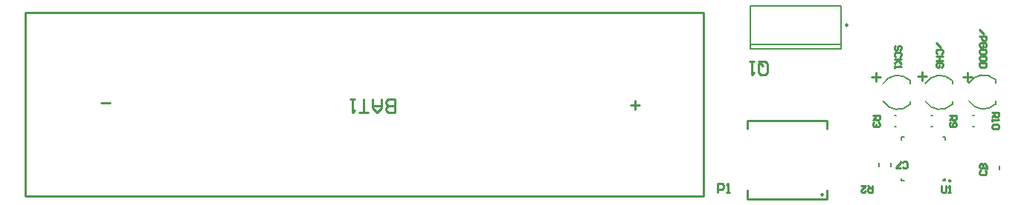
<source format=gbo>
G04 Layer_Color=13813960*
%FSLAX44Y44*%
%MOMM*%
G71*
G01*
G75*
%ADD28C,0.2540*%
%ADD49C,0.2500*%
%ADD50C,0.2000*%
%ADD51C,0.1270*%
%ADD94C,0.1500*%
D28*
X1772795Y839616D02*
G03*
X1772795Y839616I1000J0D01*
G01*
X1627523Y823854D02*
G03*
X1627523Y823854I1000J0D01*
G01*
X1543523Y818854D02*
Y828854D01*
X1633523Y818854D02*
X1543523D01*
X1633523D02*
Y823854D01*
Y828854D01*
X1543523Y898854D02*
Y908854D01*
X1633523D02*
X1543523D01*
X1633523Y898854D02*
Y908854D01*
X1493527Y1031748D02*
X721367D01*
X1493527Y822198D02*
Y1031748D01*
Y822198D02*
X721367D01*
Y1031748D01*
X1720096Y855474D02*
X1721366Y854204D01*
X1723905D01*
X1725175Y855474D01*
Y860552D01*
X1723905Y861822D01*
X1721366D01*
X1720096Y860552D01*
X1717557Y854204D02*
X1712479D01*
Y855474D01*
X1717557Y860552D01*
Y861822D01*
X1808997Y851406D02*
X1807727Y850137D01*
Y847598D01*
X1808997Y846328D01*
X1814075D01*
X1815345Y847598D01*
Y850137D01*
X1814075Y851406D01*
X1808997Y853945D02*
X1807727Y855215D01*
Y857754D01*
X1808997Y859024D01*
X1810266D01*
X1811536Y857754D01*
X1812806Y859024D01*
X1814075D01*
X1815345Y857754D01*
Y855215D01*
X1814075Y853945D01*
X1812806D01*
X1811536Y855215D01*
X1810266Y853945D01*
X1808997D01*
X1811536Y855215D02*
Y857754D01*
X1555506Y973583D02*
Y963426D01*
X1558045Y960887D01*
X1563124D01*
X1565663Y963426D01*
Y973583D01*
X1563124Y976122D01*
X1558045D01*
X1560584Y971044D02*
X1555506Y976122D01*
X1558045D02*
X1555506Y973583D01*
X1550428Y976122D02*
X1545349D01*
X1547888D01*
Y960887D01*
X1550428Y963426D01*
X1685043Y834136D02*
Y826518D01*
X1681234D01*
X1679964Y827788D01*
Y830327D01*
X1681234Y831597D01*
X1685043D01*
X1682504D02*
X1679964Y834136D01*
X1672347D02*
X1677425D01*
X1672347Y829058D01*
Y827788D01*
X1673616Y826518D01*
X1676156D01*
X1677425Y827788D01*
X1773181Y914146D02*
X1780798D01*
Y910337D01*
X1779529Y909068D01*
X1776989D01*
X1775720Y910337D01*
Y914146D01*
Y911607D02*
X1773181Y909068D01*
X1774450Y906528D02*
X1773181Y905259D01*
Y902720D01*
X1774450Y901450D01*
X1779529D01*
X1780798Y902720D01*
Y905259D01*
X1779529Y906528D01*
X1778259D01*
X1776989Y905259D01*
Y901450D01*
X1821949Y917956D02*
X1829566D01*
Y914147D01*
X1828297Y912878D01*
X1825757D01*
X1824488Y914147D01*
Y917956D01*
Y915417D02*
X1821949Y912878D01*
Y910339D02*
Y907799D01*
Y909069D01*
X1829566D01*
X1828297Y910339D01*
Y903990D02*
X1829566Y902721D01*
Y900182D01*
X1828297Y898912D01*
X1823218D01*
X1821949Y900182D01*
Y902721D01*
X1823218Y903990D01*
X1828297D01*
X1509529Y826770D02*
Y836927D01*
X1514607D01*
X1516300Y835234D01*
Y831848D01*
X1514607Y830156D01*
X1509529D01*
X1519686Y826770D02*
X1523071D01*
X1521378D01*
Y836927D01*
X1519686Y835234D01*
X1686059Y914400D02*
X1693676D01*
Y910591D01*
X1692407Y909322D01*
X1689868D01*
X1688598Y910591D01*
Y914400D01*
Y911861D02*
X1686059Y909322D01*
X1692407Y906783D02*
X1693676Y905513D01*
Y902974D01*
X1692407Y901704D01*
X1691137D01*
X1689868Y902974D01*
Y904243D01*
Y902974D01*
X1688598Y901704D01*
X1687328D01*
X1686059Y902974D01*
Y905513D01*
X1687328Y906783D01*
X1764623Y833879D02*
Y827532D01*
X1765893Y826262D01*
X1768432D01*
X1769701Y827532D01*
Y833879D01*
X1772240Y826262D02*
X1774780D01*
X1773510D01*
Y833879D01*
X1772240Y832610D01*
X1758195Y997712D02*
X1763273Y992634D01*
X1764543Y985016D02*
X1765812Y986286D01*
Y988825D01*
X1764543Y990095D01*
X1759464D01*
X1758195Y988825D01*
Y986286D01*
X1759464Y985016D01*
X1765812Y982477D02*
X1758195D01*
X1762003D01*
Y977399D01*
X1765812D01*
X1758195D01*
X1764543Y969781D02*
X1765812Y971051D01*
Y973590D01*
X1764543Y974859D01*
X1759464D01*
X1758195Y973590D01*
Y971051D01*
X1759464Y969781D01*
X1762003D01*
Y972320D01*
X1807725Y1012698D02*
X1812803Y1007620D01*
X1807725Y1005080D02*
X1815342D01*
Y1001272D01*
X1814073Y1000002D01*
X1811534D01*
X1810264Y1001272D01*
Y1005080D01*
X1814073Y992385D02*
X1815342Y993654D01*
Y996193D01*
X1814073Y997463D01*
X1808994D01*
X1807725Y996193D01*
Y993654D01*
X1808994Y992385D01*
X1811534D01*
Y994924D01*
X1815342Y986037D02*
Y988576D01*
X1814073Y989845D01*
X1808994D01*
X1807725Y988576D01*
Y986037D01*
X1808994Y984767D01*
X1814073D01*
X1815342Y986037D01*
Y978419D02*
Y980958D01*
X1814073Y982228D01*
X1808994D01*
X1807725Y980958D01*
Y978419D01*
X1808994Y977150D01*
X1814073D01*
X1815342Y978419D01*
Y974610D02*
X1807725D01*
Y970801D01*
X1808994Y969532D01*
X1814073D01*
X1815342Y970801D01*
Y974610D01*
X1142245Y917707D02*
Y932942D01*
X1134627D01*
X1132088Y930403D01*
Y927864D01*
X1134627Y925324D01*
X1142245D01*
X1134627D01*
X1132088Y922785D01*
Y920246D01*
X1134627Y917707D01*
X1142245D01*
X1127010Y932942D02*
Y922785D01*
X1121931Y917707D01*
X1116853Y922785D01*
Y932942D01*
Y925324D01*
X1127010D01*
X1111775Y917707D02*
X1101618D01*
X1106696D01*
Y932942D01*
X1096540D02*
X1091461D01*
X1094000D01*
Y917707D01*
X1096540Y920246D01*
X1717045Y989332D02*
X1718314Y990601D01*
Y993140D01*
X1717045Y994410D01*
X1715775D01*
X1714505Y993140D01*
Y990601D01*
X1713236Y989332D01*
X1711966D01*
X1710697Y990601D01*
Y993140D01*
X1711966Y994410D01*
X1717045Y981714D02*
X1718314Y982984D01*
Y985523D01*
X1717045Y986793D01*
X1711966D01*
X1710697Y985523D01*
Y982984D01*
X1711966Y981714D01*
X1718314Y979175D02*
X1710697D01*
X1713236D01*
X1718314Y974097D01*
X1714505Y977905D01*
X1710697Y974097D01*
Y971557D02*
Y969018D01*
Y970288D01*
X1718314D01*
X1717045Y971557D01*
X1420629Y926590D02*
X1410472D01*
X1415550Y931668D02*
Y921511D01*
X817887Y928622D02*
X807730D01*
X1689358Y963930D02*
Y953773D01*
X1694437Y958852D02*
X1684280D01*
X1742190Y964692D02*
Y954535D01*
X1747269Y959614D02*
X1737112D01*
X1793498Y963676D02*
Y953519D01*
X1798577Y958598D02*
X1788420D01*
D49*
X1655025Y1017778D02*
G03*
X1655025Y1017778I1250J0D01*
G01*
D50*
X1727624Y955245D02*
G03*
X1697899Y951036I-13117J-14429D01*
G01*
Y930596D02*
G03*
X1728295Y927027I16607J10220D01*
G01*
X1775630Y955245D02*
G03*
X1745905Y951036I-13117J-14429D01*
G01*
Y930596D02*
G03*
X1776301Y927027I16607J10220D01*
G01*
X1825160Y955753D02*
G03*
X1795435Y951544I-13117J-14429D01*
G01*
Y931104D02*
G03*
X1825831Y927535I16607J10220D01*
G01*
X1649775Y990828D02*
Y1039828D01*
X1546775Y990828D02*
Y1039828D01*
X1649775D02*
X1546775D01*
X1649775Y990828D02*
X1546775D01*
X1649775Y995828D02*
X1546775D01*
X1754115Y902054D02*
X1752115D01*
X1754115Y914554D02*
X1752115D01*
X1801866Y914046D02*
X1799866D01*
X1801866Y901546D02*
X1799866D01*
X1712966Y901800D02*
X1710966D01*
X1712966Y914300D02*
X1710966D01*
X1728477Y950976D02*
Y954392D01*
Y927027D02*
Y930656D01*
Y954392D02*
X1727624Y955245D01*
X1776483Y950976D02*
Y954392D01*
Y927027D02*
Y930656D01*
Y954392D02*
X1775630Y955245D01*
X1826013Y951484D02*
Y954900D01*
Y927535D02*
Y931164D01*
Y954900D02*
X1825160Y955753D01*
D51*
X1829969Y852456D02*
Y856456D01*
X1816469Y852456D02*
Y856456D01*
X1692771Y856012D02*
Y860012D01*
X1706271Y856012D02*
Y860012D01*
D94*
X1718794Y839617D02*
Y842617D01*
X1721794Y839617D02*
X1718794D01*
X1721797Y889618D02*
X1718797D01*
Y886618D02*
Y889618D01*
X1768797Y886616D02*
Y889616D01*
X1765797D01*
X1768795Y839616D02*
Y842616D01*
Y839616D02*
X1765795D01*
X1768795Y842616D02*
X1765795Y839616D01*
M02*

</source>
